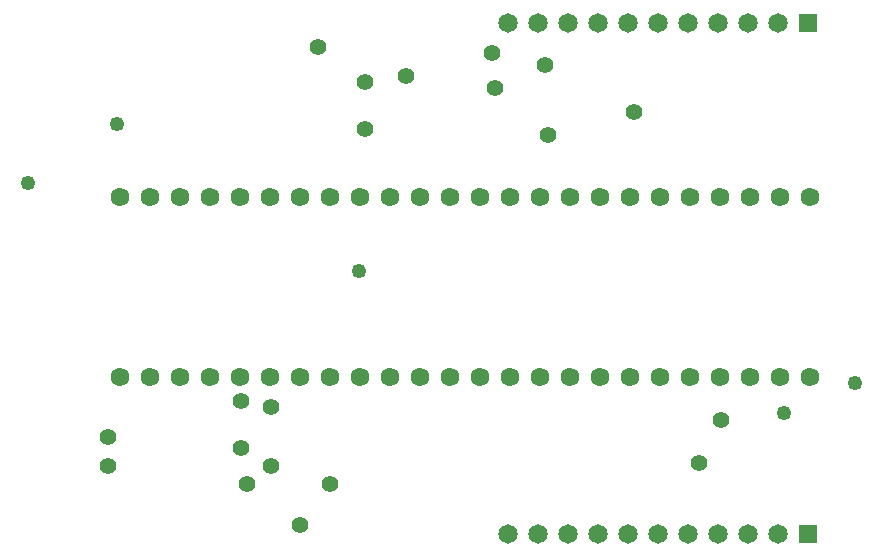
<source format=gbs>
G04*
G04 #@! TF.GenerationSoftware,Altium Limited,Altium Designer,20.2.6 (244)*
G04*
G04 Layer_Color=16711935*
%FSLAX25Y25*%
%MOIN*%
G70*
G04*
G04 #@! TF.SameCoordinates,EFAE668D-727F-4ECC-B3F7-511A600DF1C5*
G04*
G04*
G04 #@! TF.FilePolarity,Negative*
G04*
G01*
G75*
%ADD27R,0.06496X0.06496*%
%ADD28C,0.06496*%
%ADD29C,0.05591*%
%ADD30C,0.04921*%
%ADD49C,0.06272*%
D27*
X271654Y179134D02*
D03*
Y8858D02*
D03*
D28*
X261653Y179134D02*
D03*
X251654D02*
D03*
X241653D02*
D03*
X231653D02*
D03*
X221654D02*
D03*
X211653D02*
D03*
X201654D02*
D03*
X191654D02*
D03*
X181653D02*
D03*
X171653D02*
D03*
X261653Y8858D02*
D03*
X251654D02*
D03*
X241653D02*
D03*
X231653D02*
D03*
X221654D02*
D03*
X211653D02*
D03*
X201654D02*
D03*
X191654D02*
D03*
X181653D02*
D03*
X171653D02*
D03*
D29*
X184055Y165354D02*
D03*
X185039Y141795D02*
D03*
X213583Y149606D02*
D03*
X137795Y161417D02*
D03*
X167323Y157480D02*
D03*
X166339Y169291D02*
D03*
X235236Y32480D02*
D03*
X84646Y25591D02*
D03*
X102362Y11811D02*
D03*
X112205Y25591D02*
D03*
X38386Y41339D02*
D03*
Y31496D02*
D03*
X92520Y51181D02*
D03*
Y31496D02*
D03*
X108268Y171260D02*
D03*
X82677Y53150D02*
D03*
X242609Y46763D02*
D03*
X82677Y37402D02*
D03*
X124016Y143701D02*
D03*
Y159449D02*
D03*
D30*
X122047Y96457D02*
D03*
X11811Y125984D02*
D03*
X41339Y145669D02*
D03*
X263779Y49213D02*
D03*
X287402Y59055D02*
D03*
D49*
X252284Y121024D02*
D03*
X242284D02*
D03*
X232283D02*
D03*
X222284D02*
D03*
X212283D02*
D03*
X202284D02*
D03*
X192283D02*
D03*
X182283D02*
D03*
X172283D02*
D03*
X162284D02*
D03*
X152284D02*
D03*
X142283D02*
D03*
Y61024D02*
D03*
X152284D02*
D03*
X162284D02*
D03*
X172283D02*
D03*
X182283D02*
D03*
X192283D02*
D03*
X202284D02*
D03*
X212283D02*
D03*
X222284D02*
D03*
X232283D02*
D03*
X242284D02*
D03*
X262283Y121024D02*
D03*
X252284Y61024D02*
D03*
X262283D02*
D03*
X272284Y121024D02*
D03*
Y61024D02*
D03*
X132283Y121024D02*
D03*
Y61024D02*
D03*
X122283Y121024D02*
D03*
X112284D02*
D03*
X102284D02*
D03*
X92283D02*
D03*
X82284D02*
D03*
X72284D02*
D03*
X62283D02*
D03*
X52284D02*
D03*
X42283D02*
D03*
Y61024D02*
D03*
X52284D02*
D03*
X62283D02*
D03*
X72284D02*
D03*
X82284D02*
D03*
X92283D02*
D03*
X102284D02*
D03*
X112284D02*
D03*
X122283D02*
D03*
M02*

</source>
